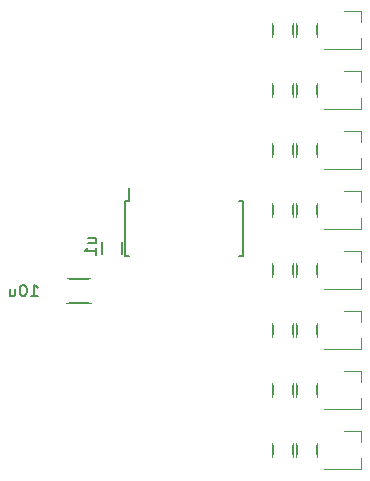
<source format=gbr>
G04 #@! TF.FileFunction,Legend,Bot*
%FSLAX46Y46*%
G04 Gerber Fmt 4.6, Leading zero omitted, Abs format (unit mm)*
G04 Created by KiCad (PCBNEW 4.0.4-stable) date 12/22/16 08:10:22*
%MOMM*%
%LPD*%
G01*
G04 APERTURE LIST*
%ADD10C,0.100000*%
%ADD11C,0.150000*%
%ADD12C,0.120000*%
%ADD13O,2.400000X1.900000*%
%ADD14R,2.400000X1.900000*%
%ADD15O,1.900000X2.400000*%
%ADD16R,1.900000X2.400000*%
%ADD17R,1.650000X1.900000*%
%ADD18R,2.400000X2.000000*%
%ADD19R,0.800000X2.400000*%
%ADD20R,2.300000X1.200000*%
%ADD21R,1.700000X1.900000*%
%ADD22C,4.700000*%
G04 APERTURE END LIST*
D10*
D11*
X120484000Y-125611000D02*
X120484000Y-126611000D01*
X118784000Y-126611000D02*
X118784000Y-125611000D01*
X115840000Y-128769000D02*
X117840000Y-128769000D01*
X117840000Y-130819000D02*
X115840000Y-130819000D01*
X120755000Y-122135000D02*
X121080000Y-122135000D01*
X120755000Y-126785000D02*
X121080000Y-126785000D01*
X130705000Y-126785000D02*
X130380000Y-126785000D01*
X130705000Y-122135000D02*
X130380000Y-122135000D01*
X120755000Y-122135000D02*
X120755000Y-126785000D01*
X130705000Y-122135000D02*
X130705000Y-126785000D01*
X121080000Y-122135000D02*
X121080000Y-121060000D01*
D12*
X140714000Y-106116000D02*
X140714000Y-107046000D01*
X140714000Y-109276000D02*
X140714000Y-108346000D01*
X140714000Y-109276000D02*
X137554000Y-109276000D01*
X140714000Y-106116000D02*
X139254000Y-106116000D01*
X140714000Y-111196000D02*
X140714000Y-112126000D01*
X140714000Y-114356000D02*
X140714000Y-113426000D01*
X140714000Y-114356000D02*
X137554000Y-114356000D01*
X140714000Y-111196000D02*
X139254000Y-111196000D01*
X140714000Y-116276000D02*
X140714000Y-117206000D01*
X140714000Y-119436000D02*
X140714000Y-118506000D01*
X140714000Y-119436000D02*
X137554000Y-119436000D01*
X140714000Y-116276000D02*
X139254000Y-116276000D01*
X140714000Y-121356000D02*
X140714000Y-122286000D01*
X140714000Y-124516000D02*
X140714000Y-123586000D01*
X140714000Y-124516000D02*
X137554000Y-124516000D01*
X140714000Y-121356000D02*
X139254000Y-121356000D01*
X140714000Y-126436000D02*
X140714000Y-127366000D01*
X140714000Y-129596000D02*
X140714000Y-128666000D01*
X140714000Y-129596000D02*
X137554000Y-129596000D01*
X140714000Y-126436000D02*
X139254000Y-126436000D01*
X140714000Y-131516000D02*
X140714000Y-132446000D01*
X140714000Y-134676000D02*
X140714000Y-133746000D01*
X140714000Y-134676000D02*
X137554000Y-134676000D01*
X140714000Y-131516000D02*
X139254000Y-131516000D01*
X140714000Y-136596000D02*
X140714000Y-137526000D01*
X140714000Y-139756000D02*
X140714000Y-138826000D01*
X140714000Y-139756000D02*
X137554000Y-139756000D01*
X140714000Y-136596000D02*
X139254000Y-136596000D01*
X140714000Y-141676000D02*
X140714000Y-142606000D01*
X140714000Y-144836000D02*
X140714000Y-143906000D01*
X140714000Y-144836000D02*
X137554000Y-144836000D01*
X140714000Y-141676000D02*
X139254000Y-141676000D01*
D11*
X133237000Y-107096000D02*
X133237000Y-108296000D01*
X134987000Y-108296000D02*
X134987000Y-107096000D01*
X135269000Y-107096000D02*
X135269000Y-108296000D01*
X137019000Y-108296000D02*
X137019000Y-107096000D01*
X133237000Y-112176000D02*
X133237000Y-113376000D01*
X134987000Y-113376000D02*
X134987000Y-112176000D01*
X135269000Y-112176000D02*
X135269000Y-113376000D01*
X137019000Y-113376000D02*
X137019000Y-112176000D01*
X133237000Y-117256000D02*
X133237000Y-118456000D01*
X134987000Y-118456000D02*
X134987000Y-117256000D01*
X135269000Y-117256000D02*
X135269000Y-118456000D01*
X137019000Y-118456000D02*
X137019000Y-117256000D01*
X133237000Y-122336000D02*
X133237000Y-123536000D01*
X134987000Y-123536000D02*
X134987000Y-122336000D01*
X135269000Y-122336000D02*
X135269000Y-123536000D01*
X137019000Y-123536000D02*
X137019000Y-122336000D01*
X133237000Y-127416000D02*
X133237000Y-128616000D01*
X134987000Y-128616000D02*
X134987000Y-127416000D01*
X135269000Y-127416000D02*
X135269000Y-128616000D01*
X137019000Y-128616000D02*
X137019000Y-127416000D01*
X133237000Y-132496000D02*
X133237000Y-133696000D01*
X134987000Y-133696000D02*
X134987000Y-132496000D01*
X135269000Y-132496000D02*
X135269000Y-133696000D01*
X137019000Y-133696000D02*
X137019000Y-132496000D01*
X133237000Y-137576000D02*
X133237000Y-138776000D01*
X134987000Y-138776000D02*
X134987000Y-137576000D01*
X135269000Y-137576000D02*
X135269000Y-138776000D01*
X137019000Y-138776000D02*
X137019000Y-137576000D01*
X133237000Y-142656000D02*
X133237000Y-143856000D01*
X134987000Y-143856000D02*
X134987000Y-142656000D01*
X135269000Y-142656000D02*
X135269000Y-143856000D01*
X137019000Y-143856000D02*
X137019000Y-142656000D01*
X117641714Y-125722096D02*
X118308381Y-125722096D01*
X117641714Y-125293524D02*
X118165524Y-125293524D01*
X118260762Y-125341143D01*
X118308381Y-125436381D01*
X118308381Y-125579239D01*
X118260762Y-125674477D01*
X118213143Y-125722096D01*
X118308381Y-126722096D02*
X118308381Y-126150667D01*
X118308381Y-126436381D02*
X117308381Y-126436381D01*
X117451238Y-126341143D01*
X117546476Y-126245905D01*
X117594095Y-126150667D01*
X112783857Y-130246381D02*
X113355286Y-130246381D01*
X113069572Y-130246381D02*
X113069572Y-129246381D01*
X113164810Y-129389238D01*
X113260048Y-129484476D01*
X113355286Y-129532095D01*
X112164810Y-129246381D02*
X112069571Y-129246381D01*
X111974333Y-129294000D01*
X111926714Y-129341619D01*
X111879095Y-129436857D01*
X111831476Y-129627333D01*
X111831476Y-129865429D01*
X111879095Y-130055905D01*
X111926714Y-130151143D01*
X111974333Y-130198762D01*
X112069571Y-130246381D01*
X112164810Y-130246381D01*
X112260048Y-130198762D01*
X112307667Y-130151143D01*
X112355286Y-130055905D01*
X112402905Y-129865429D01*
X112402905Y-129627333D01*
X112355286Y-129436857D01*
X112307667Y-129341619D01*
X112260048Y-129294000D01*
X112164810Y-129246381D01*
X110974333Y-129579714D02*
X110974333Y-130246381D01*
X111402905Y-129579714D02*
X111402905Y-130103524D01*
X111355286Y-130198762D01*
X111260048Y-130246381D01*
X111117190Y-130246381D01*
X111021952Y-130198762D01*
X110974333Y-130151143D01*
%LPC*%
D13*
X143768000Y-143256000D03*
X146808000Y-143256000D03*
X143768000Y-138176000D03*
X146808000Y-138176000D03*
X146808000Y-140716000D03*
X143768000Y-140716000D03*
X143768000Y-135636000D03*
X146808000Y-135636000D03*
X146808000Y-133096000D03*
X143768000Y-133096000D03*
X143768000Y-130556000D03*
X146808000Y-130556000D03*
X146808000Y-128016000D03*
X143768000Y-128016000D03*
X143768000Y-125476000D03*
X146808000Y-125476000D03*
X146808000Y-122936000D03*
X143768000Y-122936000D03*
X143768000Y-120396000D03*
X146808000Y-120396000D03*
X146808000Y-117856000D03*
X143768000Y-117856000D03*
X143768000Y-115316000D03*
X146808000Y-115316000D03*
X146808000Y-112776000D03*
X143768000Y-112776000D03*
D14*
X143768000Y-105156000D03*
D13*
X146808000Y-105156000D03*
X143768000Y-107696000D03*
X146808000Y-107696000D03*
X143768000Y-110236000D03*
X146808000Y-110236000D03*
D15*
X125222000Y-137156000D03*
X125222000Y-134116000D03*
X122682000Y-134116000D03*
X122682000Y-137156000D03*
D16*
X115062000Y-137156000D03*
D15*
X115062000Y-134116000D03*
X117602000Y-137156000D03*
X117602000Y-134116000D03*
X120142000Y-137156000D03*
X120142000Y-134116000D03*
D17*
X119634000Y-127361000D03*
X119634000Y-124861000D03*
D18*
X118840000Y-129794000D03*
X114840000Y-129794000D03*
D19*
X121505000Y-121160000D03*
X129955000Y-127760000D03*
X122155000Y-121160000D03*
X122805000Y-121160000D03*
X123455000Y-121160000D03*
X124105000Y-121160000D03*
X124755000Y-121160000D03*
X125405000Y-121160000D03*
X126055000Y-121160000D03*
X126705000Y-121160000D03*
X127355000Y-121160000D03*
X128005000Y-121160000D03*
X128655000Y-121160000D03*
X129305000Y-121160000D03*
X129955000Y-121160000D03*
X129305000Y-127760000D03*
X128655000Y-127760000D03*
X128005000Y-127760000D03*
X127355000Y-127760000D03*
X126705000Y-127760000D03*
X126055000Y-127760000D03*
X125405000Y-127760000D03*
X124755000Y-127760000D03*
X124105000Y-127760000D03*
X123455000Y-127760000D03*
X122805000Y-127760000D03*
X122155000Y-127760000D03*
X121505000Y-127760000D03*
D20*
X138454000Y-108646000D03*
X138454000Y-106746000D03*
X141454000Y-107696000D03*
X138454000Y-113726000D03*
X138454000Y-111826000D03*
X141454000Y-112776000D03*
X138454000Y-118806000D03*
X138454000Y-116906000D03*
X141454000Y-117856000D03*
X138454000Y-123886000D03*
X138454000Y-121986000D03*
X141454000Y-122936000D03*
X138454000Y-128966000D03*
X138454000Y-127066000D03*
X141454000Y-128016000D03*
X138454000Y-134046000D03*
X138454000Y-132146000D03*
X141454000Y-133096000D03*
X138454000Y-139126000D03*
X138454000Y-137226000D03*
X141454000Y-138176000D03*
X138454000Y-144206000D03*
X138454000Y-142306000D03*
X141454000Y-143256000D03*
D21*
X134112000Y-109046000D03*
X134112000Y-106346000D03*
X136144000Y-109046000D03*
X136144000Y-106346000D03*
X134112000Y-114126000D03*
X134112000Y-111426000D03*
X136144000Y-114126000D03*
X136144000Y-111426000D03*
X134112000Y-119206000D03*
X134112000Y-116506000D03*
X136144000Y-119206000D03*
X136144000Y-116506000D03*
X134112000Y-124286000D03*
X134112000Y-121586000D03*
X136144000Y-124286000D03*
X136144000Y-121586000D03*
X134112000Y-129366000D03*
X134112000Y-126666000D03*
X136144000Y-129366000D03*
X136144000Y-126666000D03*
X134112000Y-134446000D03*
X134112000Y-131746000D03*
X136144000Y-134446000D03*
X136144000Y-131746000D03*
X134112000Y-139526000D03*
X134112000Y-136826000D03*
X136144000Y-139526000D03*
X136144000Y-136826000D03*
X134112000Y-144606000D03*
X134112000Y-141906000D03*
X136144000Y-144606000D03*
X136144000Y-141906000D03*
D22*
X114046000Y-144526000D03*
X114046000Y-103632000D03*
M02*

</source>
